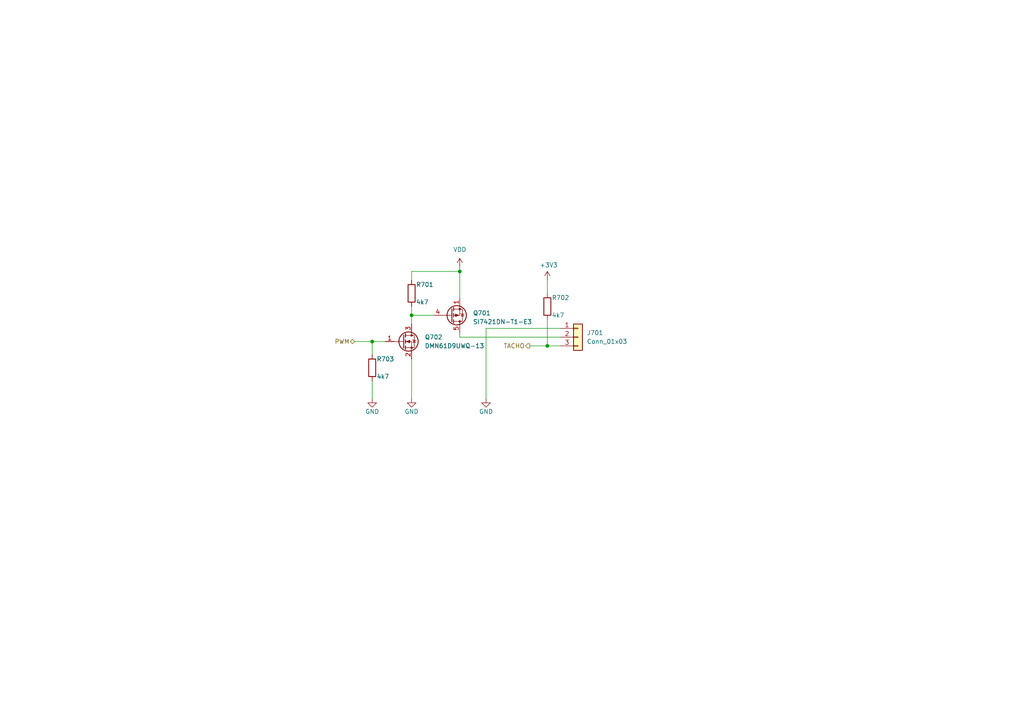
<source format=kicad_sch>
(kicad_sch
	(version 20231120)
	(generator "eeschema")
	(generator_version "8.0")
	(uuid "98cd95b4-d1be-4caa-8173-9ef0dc6d0fba")
	(paper "A4")
	(lib_symbols
		(symbol "Connector_Generic:Conn_01x03"
			(pin_names
				(offset 1.016) hide)
			(exclude_from_sim no)
			(in_bom yes)
			(on_board yes)
			(property "Reference" "J"
				(at 0 5.08 0)
				(effects
					(font
						(size 1.27 1.27)
					)
				)
			)
			(property "Value" "Conn_01x03"
				(at 0 -5.08 0)
				(effects
					(font
						(size 1.27 1.27)
					)
				)
			)
			(property "Footprint" ""
				(at 0 0 0)
				(effects
					(font
						(size 1.27 1.27)
					)
					(hide yes)
				)
			)
			(property "Datasheet" "~"
				(at 0 0 0)
				(effects
					(font
						(size 1.27 1.27)
					)
					(hide yes)
				)
			)
			(property "Description" "Generic connector, single row, 01x03, script generated (kicad-library-utils/schlib/autogen/connector/)"
				(at 0 0 0)
				(effects
					(font
						(size 1.27 1.27)
					)
					(hide yes)
				)
			)
			(property "ki_keywords" "connector"
				(at 0 0 0)
				(effects
					(font
						(size 1.27 1.27)
					)
					(hide yes)
				)
			)
			(property "ki_fp_filters" "Connector*:*_1x??_*"
				(at 0 0 0)
				(effects
					(font
						(size 1.27 1.27)
					)
					(hide yes)
				)
			)
			(symbol "Conn_01x03_1_1"
				(rectangle
					(start -1.27 -2.413)
					(end 0 -2.667)
					(stroke
						(width 0.1524)
						(type default)
					)
					(fill
						(type none)
					)
				)
				(rectangle
					(start -1.27 0.127)
					(end 0 -0.127)
					(stroke
						(width 0.1524)
						(type default)
					)
					(fill
						(type none)
					)
				)
				(rectangle
					(start -1.27 2.667)
					(end 0 2.413)
					(stroke
						(width 0.1524)
						(type default)
					)
					(fill
						(type none)
					)
				)
				(rectangle
					(start -1.27 3.81)
					(end 1.27 -3.81)
					(stroke
						(width 0.254)
						(type default)
					)
					(fill
						(type background)
					)
				)
				(pin passive line
					(at -5.08 2.54 0)
					(length 3.81)
					(name "Pin_1"
						(effects
							(font
								(size 1.27 1.27)
							)
						)
					)
					(number "1"
						(effects
							(font
								(size 1.27 1.27)
							)
						)
					)
				)
				(pin passive line
					(at -5.08 0 0)
					(length 3.81)
					(name "Pin_2"
						(effects
							(font
								(size 1.27 1.27)
							)
						)
					)
					(number "2"
						(effects
							(font
								(size 1.27 1.27)
							)
						)
					)
				)
				(pin passive line
					(at -5.08 -2.54 0)
					(length 3.81)
					(name "Pin_3"
						(effects
							(font
								(size 1.27 1.27)
							)
						)
					)
					(number "3"
						(effects
							(font
								(size 1.27 1.27)
							)
						)
					)
				)
			)
		)
		(symbol "Device:Q_NMOS_GSD"
			(pin_names
				(offset 0) hide)
			(exclude_from_sim no)
			(in_bom yes)
			(on_board yes)
			(property "Reference" "Q"
				(at 5.08 1.27 0)
				(effects
					(font
						(size 1.27 1.27)
					)
					(justify left)
				)
			)
			(property "Value" "Q_NMOS_GSD"
				(at 5.08 -1.27 0)
				(effects
					(font
						(size 1.27 1.27)
					)
					(justify left)
				)
			)
			(property "Footprint" ""
				(at 5.08 2.54 0)
				(effects
					(font
						(size 1.27 1.27)
					)
					(hide yes)
				)
			)
			(property "Datasheet" "~"
				(at 0 0 0)
				(effects
					(font
						(size 1.27 1.27)
					)
					(hide yes)
				)
			)
			(property "Description" "N-MOSFET transistor, gate/source/drain"
				(at 0 0 0)
				(effects
					(font
						(size 1.27 1.27)
					)
					(hide yes)
				)
			)
			(property "ki_keywords" "transistor NMOS N-MOS N-MOSFET"
				(at 0 0 0)
				(effects
					(font
						(size 1.27 1.27)
					)
					(hide yes)
				)
			)
			(symbol "Q_NMOS_GSD_0_1"
				(polyline
					(pts
						(xy 0.254 0) (xy -2.54 0)
					)
					(stroke
						(width 0)
						(type default)
					)
					(fill
						(type none)
					)
				)
				(polyline
					(pts
						(xy 0.254 1.905) (xy 0.254 -1.905)
					)
					(stroke
						(width 0.254)
						(type default)
					)
					(fill
						(type none)
					)
				)
				(polyline
					(pts
						(xy 0.762 -1.27) (xy 0.762 -2.286)
					)
					(stroke
						(width 0.254)
						(type default)
					)
					(fill
						(type none)
					)
				)
				(polyline
					(pts
						(xy 0.762 0.508) (xy 0.762 -0.508)
					)
					(stroke
						(width 0.254)
						(type default)
					)
					(fill
						(type none)
					)
				)
				(polyline
					(pts
						(xy 0.762 2.286) (xy 0.762 1.27)
					)
					(stroke
						(width 0.254)
						(type default)
					)
					(fill
						(type none)
					)
				)
				(polyline
					(pts
						(xy 2.54 2.54) (xy 2.54 1.778)
					)
					(stroke
						(width 0)
						(type default)
					)
					(fill
						(type none)
					)
				)
				(polyline
					(pts
						(xy 2.54 -2.54) (xy 2.54 0) (xy 0.762 0)
					)
					(stroke
						(width 0)
						(type default)
					)
					(fill
						(type none)
					)
				)
				(polyline
					(pts
						(xy 0.762 -1.778) (xy 3.302 -1.778) (xy 3.302 1.778) (xy 0.762 1.778)
					)
					(stroke
						(width 0)
						(type default)
					)
					(fill
						(type none)
					)
				)
				(polyline
					(pts
						(xy 1.016 0) (xy 2.032 0.381) (xy 2.032 -0.381) (xy 1.016 0)
					)
					(stroke
						(width 0)
						(type default)
					)
					(fill
						(type outline)
					)
				)
				(polyline
					(pts
						(xy 2.794 0.508) (xy 2.921 0.381) (xy 3.683 0.381) (xy 3.81 0.254)
					)
					(stroke
						(width 0)
						(type default)
					)
					(fill
						(type none)
					)
				)
				(polyline
					(pts
						(xy 3.302 0.381) (xy 2.921 -0.254) (xy 3.683 -0.254) (xy 3.302 0.381)
					)
					(stroke
						(width 0)
						(type default)
					)
					(fill
						(type none)
					)
				)
				(circle
					(center 1.651 0)
					(radius 2.794)
					(stroke
						(width 0.254)
						(type default)
					)
					(fill
						(type none)
					)
				)
				(circle
					(center 2.54 -1.778)
					(radius 0.254)
					(stroke
						(width 0)
						(type default)
					)
					(fill
						(type outline)
					)
				)
				(circle
					(center 2.54 1.778)
					(radius 0.254)
					(stroke
						(width 0)
						(type default)
					)
					(fill
						(type outline)
					)
				)
			)
			(symbol "Q_NMOS_GSD_1_1"
				(pin input line
					(at -5.08 0 0)
					(length 2.54)
					(name "G"
						(effects
							(font
								(size 1.27 1.27)
							)
						)
					)
					(number "1"
						(effects
							(font
								(size 1.27 1.27)
							)
						)
					)
				)
				(pin passive line
					(at 2.54 -5.08 90)
					(length 2.54)
					(name "S"
						(effects
							(font
								(size 1.27 1.27)
							)
						)
					)
					(number "2"
						(effects
							(font
								(size 1.27 1.27)
							)
						)
					)
				)
				(pin passive line
					(at 2.54 5.08 270)
					(length 2.54)
					(name "D"
						(effects
							(font
								(size 1.27 1.27)
							)
						)
					)
					(number "3"
						(effects
							(font
								(size 1.27 1.27)
							)
						)
					)
				)
			)
		)
		(symbol "Device:R"
			(pin_numbers hide)
			(pin_names
				(offset 0)
			)
			(exclude_from_sim no)
			(in_bom yes)
			(on_board yes)
			(property "Reference" "R"
				(at 2.032 0 90)
				(effects
					(font
						(size 1.27 1.27)
					)
				)
			)
			(property "Value" "R"
				(at 0 0 90)
				(effects
					(font
						(size 1.27 1.27)
					)
				)
			)
			(property "Footprint" ""
				(at -1.778 0 90)
				(effects
					(font
						(size 1.27 1.27)
					)
					(hide yes)
				)
			)
			(property "Datasheet" "~"
				(at 0 0 0)
				(effects
					(font
						(size 1.27 1.27)
					)
					(hide yes)
				)
			)
			(property "Description" "Resistor"
				(at 0 0 0)
				(effects
					(font
						(size 1.27 1.27)
					)
					(hide yes)
				)
			)
			(property "ki_keywords" "R res resistor"
				(at 0 0 0)
				(effects
					(font
						(size 1.27 1.27)
					)
					(hide yes)
				)
			)
			(property "ki_fp_filters" "R_*"
				(at 0 0 0)
				(effects
					(font
						(size 1.27 1.27)
					)
					(hide yes)
				)
			)
			(symbol "R_0_1"
				(rectangle
					(start -1.016 -2.54)
					(end 1.016 2.54)
					(stroke
						(width 0.254)
						(type default)
					)
					(fill
						(type none)
					)
				)
			)
			(symbol "R_1_1"
				(pin passive line
					(at 0 3.81 270)
					(length 1.27)
					(name "~"
						(effects
							(font
								(size 1.27 1.27)
							)
						)
					)
					(number "1"
						(effects
							(font
								(size 1.27 1.27)
							)
						)
					)
				)
				(pin passive line
					(at 0 -3.81 90)
					(length 1.27)
					(name "~"
						(effects
							(font
								(size 1.27 1.27)
							)
						)
					)
					(number "2"
						(effects
							(font
								(size 1.27 1.27)
							)
						)
					)
				)
			)
		)
		(symbol "mylib_ic:SI7421DN-T1-E3"
			(pin_names
				(offset 0) hide)
			(exclude_from_sim no)
			(in_bom yes)
			(on_board yes)
			(property "Reference" "Q"
				(at 5.08 1.27 0)
				(effects
					(font
						(size 1.27 1.27)
					)
					(justify left)
				)
			)
			(property "Value" "SI7421DN-T1-E3"
				(at 5.08 -1.27 0)
				(effects
					(font
						(size 1.27 1.27)
					)
					(justify left)
				)
			)
			(property "Footprint" "Package_SO:Vishay_PowerPAK_1212-8_Single"
				(at 5.08 2.54 0)
				(effects
					(font
						(size 1.27 1.27)
					)
					(hide yes)
				)
			)
			(property "Datasheet" "~"
				(at 0 0 0)
				(effects
					(font
						(size 1.27 1.27)
					)
					(hide yes)
				)
			)
			(property "Description" "P-MOSFET transistor, drain/gate/source"
				(at 0 0 0)
				(effects
					(font
						(size 1.27 1.27)
					)
					(hide yes)
				)
			)
			(property "ki_keywords" "transistor PMOS P-MOS P-MOSFET"
				(at 0 0 0)
				(effects
					(font
						(size 1.27 1.27)
					)
					(hide yes)
				)
			)
			(symbol "SI7421DN-T1-E3_0_1"
				(polyline
					(pts
						(xy 0.254 0) (xy -2.54 0)
					)
					(stroke
						(width 0)
						(type default)
					)
					(fill
						(type none)
					)
				)
				(polyline
					(pts
						(xy 0.254 1.905) (xy 0.254 -1.905)
					)
					(stroke
						(width 0.254)
						(type default)
					)
					(fill
						(type none)
					)
				)
				(polyline
					(pts
						(xy 0.762 -1.27) (xy 0.762 -2.286)
					)
					(stroke
						(width 0.254)
						(type default)
					)
					(fill
						(type none)
					)
				)
				(polyline
					(pts
						(xy 0.762 0.508) (xy 0.762 -0.508)
					)
					(stroke
						(width 0.254)
						(type default)
					)
					(fill
						(type none)
					)
				)
				(polyline
					(pts
						(xy 0.762 2.286) (xy 0.762 1.27)
					)
					(stroke
						(width 0.254)
						(type default)
					)
					(fill
						(type none)
					)
				)
				(polyline
					(pts
						(xy 2.54 2.54) (xy 2.54 1.778)
					)
					(stroke
						(width 0)
						(type default)
					)
					(fill
						(type none)
					)
				)
				(polyline
					(pts
						(xy 2.54 -2.54) (xy 2.54 0) (xy 0.762 0)
					)
					(stroke
						(width 0)
						(type default)
					)
					(fill
						(type none)
					)
				)
				(polyline
					(pts
						(xy 0.762 1.778) (xy 3.302 1.778) (xy 3.302 -1.778) (xy 0.762 -1.778)
					)
					(stroke
						(width 0)
						(type default)
					)
					(fill
						(type none)
					)
				)
				(polyline
					(pts
						(xy 2.286 0) (xy 1.27 0.381) (xy 1.27 -0.381) (xy 2.286 0)
					)
					(stroke
						(width 0)
						(type default)
					)
					(fill
						(type outline)
					)
				)
				(polyline
					(pts
						(xy 2.794 -0.508) (xy 2.921 -0.381) (xy 3.683 -0.381) (xy 3.81 -0.254)
					)
					(stroke
						(width 0)
						(type default)
					)
					(fill
						(type none)
					)
				)
				(polyline
					(pts
						(xy 3.302 -0.381) (xy 2.921 0.254) (xy 3.683 0.254) (xy 3.302 -0.381)
					)
					(stroke
						(width 0)
						(type default)
					)
					(fill
						(type none)
					)
				)
				(circle
					(center 1.651 0)
					(radius 2.794)
					(stroke
						(width 0.254)
						(type default)
					)
					(fill
						(type none)
					)
				)
				(circle
					(center 2.54 -1.778)
					(radius 0.254)
					(stroke
						(width 0)
						(type default)
					)
					(fill
						(type outline)
					)
				)
				(circle
					(center 2.54 1.778)
					(radius 0.254)
					(stroke
						(width 0)
						(type default)
					)
					(fill
						(type outline)
					)
				)
			)
			(symbol "SI7421DN-T1-E3_1_1"
				(pin passive line
					(at 2.54 -5.08 90)
					(length 2.54)
					(name "S"
						(effects
							(font
								(size 1.27 1.27)
							)
						)
					)
					(number "1"
						(effects
							(font
								(size 1.27 1.27)
							)
						)
					)
				)
				(pin passive line
					(at 2.54 -5.08 90)
					(length 2.54) hide
					(name "S"
						(effects
							(font
								(size 1.27 1.27)
							)
						)
					)
					(number "2"
						(effects
							(font
								(size 1.27 1.27)
							)
						)
					)
				)
				(pin passive line
					(at 2.54 -5.08 90)
					(length 2.54) hide
					(name "S"
						(effects
							(font
								(size 1.27 1.27)
							)
						)
					)
					(number "3"
						(effects
							(font
								(size 1.27 1.27)
							)
						)
					)
				)
				(pin input line
					(at -5.08 0 0)
					(length 2.54)
					(name "G"
						(effects
							(font
								(size 1.27 1.27)
							)
						)
					)
					(number "4"
						(effects
							(font
								(size 1.27 1.27)
							)
						)
					)
				)
				(pin passive line
					(at 2.54 5.08 270)
					(length 2.54)
					(name "D"
						(effects
							(font
								(size 1.27 1.27)
							)
						)
					)
					(number "5"
						(effects
							(font
								(size 1.27 1.27)
							)
						)
					)
				)
			)
		)
		(symbol "power:+3V3"
			(power)
			(pin_names
				(offset 0)
			)
			(exclude_from_sim no)
			(in_bom yes)
			(on_board yes)
			(property "Reference" "#PWR"
				(at 0 -3.81 0)
				(effects
					(font
						(size 1.27 1.27)
					)
					(hide yes)
				)
			)
			(property "Value" "+3V3"
				(at 0 3.556 0)
				(effects
					(font
						(size 1.27 1.27)
					)
				)
			)
			(property "Footprint" ""
				(at 0 0 0)
				(effects
					(font
						(size 1.27 1.27)
					)
					(hide yes)
				)
			)
			(property "Datasheet" ""
				(at 0 0 0)
				(effects
					(font
						(size 1.27 1.27)
					)
					(hide yes)
				)
			)
			(property "Description" "Power symbol creates a global label with name \"+3V3\""
				(at 0 0 0)
				(effects
					(font
						(size 1.27 1.27)
					)
					(hide yes)
				)
			)
			(property "ki_keywords" "global power"
				(at 0 0 0)
				(effects
					(font
						(size 1.27 1.27)
					)
					(hide yes)
				)
			)
			(symbol "+3V3_0_1"
				(polyline
					(pts
						(xy -0.762 1.27) (xy 0 2.54)
					)
					(stroke
						(width 0)
						(type default)
					)
					(fill
						(type none)
					)
				)
				(polyline
					(pts
						(xy 0 0) (xy 0 2.54)
					)
					(stroke
						(width 0)
						(type default)
					)
					(fill
						(type none)
					)
				)
				(polyline
					(pts
						(xy 0 2.54) (xy 0.762 1.27)
					)
					(stroke
						(width 0)
						(type default)
					)
					(fill
						(type none)
					)
				)
			)
			(symbol "+3V3_1_1"
				(pin power_in line
					(at 0 0 90)
					(length 0) hide
					(name "+3V3"
						(effects
							(font
								(size 1.27 1.27)
							)
						)
					)
					(number "1"
						(effects
							(font
								(size 1.27 1.27)
							)
						)
					)
				)
			)
		)
		(symbol "power:GND"
			(power)
			(pin_names
				(offset 0)
			)
			(exclude_from_sim no)
			(in_bom yes)
			(on_board yes)
			(property "Reference" "#PWR"
				(at 0 -6.35 0)
				(effects
					(font
						(size 1.27 1.27)
					)
					(hide yes)
				)
			)
			(property "Value" "GND"
				(at 0 -3.81 0)
				(effects
					(font
						(size 1.27 1.27)
					)
				)
			)
			(property "Footprint" ""
				(at 0 0 0)
				(effects
					(font
						(size 1.27 1.27)
					)
					(hide yes)
				)
			)
			(property "Datasheet" ""
				(at 0 0 0)
				(effects
					(font
						(size 1.27 1.27)
					)
					(hide yes)
				)
			)
			(property "Description" "Power symbol creates a global label with name \"GND\" , ground"
				(at 0 0 0)
				(effects
					(font
						(size 1.27 1.27)
					)
					(hide yes)
				)
			)
			(property "ki_keywords" "global power"
				(at 0 0 0)
				(effects
					(font
						(size 1.27 1.27)
					)
					(hide yes)
				)
			)
			(symbol "GND_0_1"
				(polyline
					(pts
						(xy 0 0) (xy 0 -1.27) (xy 1.27 -1.27) (xy 0 -2.54) (xy -1.27 -1.27) (xy 0 -1.27)
					)
					(stroke
						(width 0)
						(type default)
					)
					(fill
						(type none)
					)
				)
			)
			(symbol "GND_1_1"
				(pin power_in line
					(at 0 0 270)
					(length 0) hide
					(name "GND"
						(effects
							(font
								(size 1.27 1.27)
							)
						)
					)
					(number "1"
						(effects
							(font
								(size 1.27 1.27)
							)
						)
					)
				)
			)
		)
		(symbol "power:VDD"
			(power)
			(pin_names
				(offset 0)
			)
			(exclude_from_sim no)
			(in_bom yes)
			(on_board yes)
			(property "Reference" "#PWR"
				(at 0 -3.81 0)
				(effects
					(font
						(size 1.27 1.27)
					)
					(hide yes)
				)
			)
			(property "Value" "VDD"
				(at 0 3.81 0)
				(effects
					(font
						(size 1.27 1.27)
					)
				)
			)
			(property "Footprint" ""
				(at 0 0 0)
				(effects
					(font
						(size 1.27 1.27)
					)
					(hide yes)
				)
			)
			(property "Datasheet" ""
				(at 0 0 0)
				(effects
					(font
						(size 1.27 1.27)
					)
					(hide yes)
				)
			)
			(property "Description" "Power symbol creates a global label with name \"VDD\""
				(at 0 0 0)
				(effects
					(font
						(size 1.27 1.27)
					)
					(hide yes)
				)
			)
			(property "ki_keywords" "global power"
				(at 0 0 0)
				(effects
					(font
						(size 1.27 1.27)
					)
					(hide yes)
				)
			)
			(symbol "VDD_0_1"
				(polyline
					(pts
						(xy -0.762 1.27) (xy 0 2.54)
					)
					(stroke
						(width 0)
						(type default)
					)
					(fill
						(type none)
					)
				)
				(polyline
					(pts
						(xy 0 0) (xy 0 2.54)
					)
					(stroke
						(width 0)
						(type default)
					)
					(fill
						(type none)
					)
				)
				(polyline
					(pts
						(xy 0 2.54) (xy 0.762 1.27)
					)
					(stroke
						(width 0)
						(type default)
					)
					(fill
						(type none)
					)
				)
			)
			(symbol "VDD_1_1"
				(pin power_in line
					(at 0 0 90)
					(length 0) hide
					(name "VDD"
						(effects
							(font
								(size 1.27 1.27)
							)
						)
					)
					(number "1"
						(effects
							(font
								(size 1.27 1.27)
							)
						)
					)
				)
			)
		)
	)
	(junction
		(at 133.35 78.74)
		(diameter 0)
		(color 0 0 0 0)
		(uuid "269b5fc4-f6c6-488a-acc3-b206a5915c03")
	)
	(junction
		(at 158.75 100.33)
		(diameter 0)
		(color 0 0 0 0)
		(uuid "71ab21fd-e1fb-4f38-a96d-d902b058f332")
	)
	(junction
		(at 119.38 91.44)
		(diameter 0)
		(color 0 0 0 0)
		(uuid "7e59d367-66f6-454b-98a3-917a505bd2b2")
	)
	(junction
		(at 107.95 99.06)
		(diameter 0)
		(color 0 0 0 0)
		(uuid "850fdbd8-0edb-40f5-bafc-2043382c3e46")
	)
	(wire
		(pts
			(xy 158.75 100.33) (xy 162.56 100.33)
		)
		(stroke
			(width 0)
			(type default)
		)
		(uuid "0062f688-628c-4284-8ff7-73984156ae22")
	)
	(wire
		(pts
			(xy 107.95 99.06) (xy 102.87 99.06)
		)
		(stroke
			(width 0)
			(type default)
		)
		(uuid "09f0dcd1-16b7-44dc-a970-fe3fc3c4a30d")
	)
	(wire
		(pts
			(xy 158.75 81.28) (xy 158.75 85.09)
		)
		(stroke
			(width 0)
			(type default)
		)
		(uuid "11f3a81c-5fc6-4291-9d68-6a3005c2799c")
	)
	(wire
		(pts
			(xy 107.95 102.87) (xy 107.95 99.06)
		)
		(stroke
			(width 0)
			(type default)
		)
		(uuid "137784c3-1d16-42d6-8d56-ceca266274f5")
	)
	(wire
		(pts
			(xy 140.97 95.25) (xy 162.56 95.25)
		)
		(stroke
			(width 0)
			(type default)
		)
		(uuid "2372b85b-f952-4b57-9e64-ec7e380b0ad2")
	)
	(wire
		(pts
			(xy 133.35 86.36) (xy 133.35 78.74)
		)
		(stroke
			(width 0)
			(type default)
		)
		(uuid "31288c94-ae0e-4174-859a-51290401499a")
	)
	(wire
		(pts
			(xy 119.38 78.74) (xy 133.35 78.74)
		)
		(stroke
			(width 0)
			(type default)
		)
		(uuid "3de30d36-838a-4e59-ac4e-1c95822b6f1c")
	)
	(wire
		(pts
			(xy 119.38 104.14) (xy 119.38 115.57)
		)
		(stroke
			(width 0)
			(type default)
		)
		(uuid "4ab99d2c-8d51-49c9-93e8-c407a86f2dbf")
	)
	(wire
		(pts
			(xy 119.38 78.74) (xy 119.38 81.28)
		)
		(stroke
			(width 0)
			(type default)
		)
		(uuid "563a8995-5be0-4a45-8eb6-f89d10ad5e30")
	)
	(wire
		(pts
			(xy 133.35 97.79) (xy 162.56 97.79)
		)
		(stroke
			(width 0)
			(type default)
		)
		(uuid "7a592bae-d8ed-4dd1-961c-bbe45a05710c")
	)
	(wire
		(pts
			(xy 133.35 78.74) (xy 133.35 77.47)
		)
		(stroke
			(width 0)
			(type default)
		)
		(uuid "8be46e6f-af0a-4a7b-835a-0068c2198e28")
	)
	(wire
		(pts
			(xy 158.75 92.71) (xy 158.75 100.33)
		)
		(stroke
			(width 0)
			(type default)
		)
		(uuid "a26563fe-07fb-4de9-81e3-09ebb77c58d6")
	)
	(wire
		(pts
			(xy 119.38 91.44) (xy 125.73 91.44)
		)
		(stroke
			(width 0)
			(type default)
		)
		(uuid "afc505ac-c148-4367-8bf4-235d8c0fd7de")
	)
	(wire
		(pts
			(xy 119.38 91.44) (xy 119.38 93.98)
		)
		(stroke
			(width 0)
			(type default)
		)
		(uuid "b29aea77-93e8-461d-952e-64de747fe374")
	)
	(wire
		(pts
			(xy 153.67 100.33) (xy 158.75 100.33)
		)
		(stroke
			(width 0)
			(type default)
		)
		(uuid "baf6df88-85ce-440a-bfcc-c9eb4cf2f4f5")
	)
	(wire
		(pts
			(xy 119.38 88.9) (xy 119.38 91.44)
		)
		(stroke
			(width 0)
			(type default)
		)
		(uuid "bc211ff2-8d78-423e-9b27-071141b22126")
	)
	(wire
		(pts
			(xy 107.95 99.06) (xy 111.76 99.06)
		)
		(stroke
			(width 0)
			(type default)
		)
		(uuid "c8ac172b-0030-4289-8338-5c94ac703ccd")
	)
	(wire
		(pts
			(xy 133.35 96.52) (xy 133.35 97.79)
		)
		(stroke
			(width 0)
			(type default)
		)
		(uuid "d39da4bb-49b2-4e5a-9527-ce58f42925ca")
	)
	(wire
		(pts
			(xy 107.95 110.49) (xy 107.95 115.57)
		)
		(stroke
			(width 0)
			(type default)
		)
		(uuid "ed5bb5f8-b1f3-4af3-ae99-e1dd4aecbacc")
	)
	(wire
		(pts
			(xy 140.97 95.25) (xy 140.97 115.57)
		)
		(stroke
			(width 0)
			(type default)
		)
		(uuid "ed84cc5f-7f16-4fc2-b4ce-cf28f9d0b9ae")
	)
	(hierarchical_label "PWM"
		(shape bidirectional)
		(at 102.87 99.06 180)
		(fields_autoplaced yes)
		(effects
			(font
				(size 1.27 1.27)
			)
			(justify right)
		)
		(uuid "84321353-fa54-4de6-8231-f2fcdad683b4")
	)
	(hierarchical_label "TACHO"
		(shape output)
		(at 153.67 100.33 180)
		(fields_autoplaced yes)
		(effects
			(font
				(size 1.27 1.27)
			)
			(justify right)
		)
		(uuid "85413510-4032-4495-9925-49736c8fa0dd")
	)
	(symbol
		(lib_id "power:GND")
		(at 107.95 115.57 0)
		(unit 1)
		(exclude_from_sim no)
		(in_bom yes)
		(on_board yes)
		(dnp no)
		(uuid "2c17123c-5bef-47ff-8fc9-56444765b92d")
		(property "Reference" "#PWR0703"
			(at 107.95 121.92 0)
			(effects
				(font
					(size 1.27 1.27)
				)
				(hide yes)
			)
		)
		(property "Value" "GND"
			(at 107.95 119.38 0)
			(effects
				(font
					(size 1.27 1.27)
				)
			)
		)
		(property "Footprint" ""
			(at 107.95 115.57 0)
			(effects
				(font
					(size 1.27 1.27)
				)
				(hide yes)
			)
		)
		(property "Datasheet" ""
			(at 107.95 115.57 0)
			(effects
				(font
					(size 1.27 1.27)
				)
				(hide yes)
			)
		)
		(property "Description" ""
			(at 107.95 115.57 0)
			(effects
				(font
					(size 1.27 1.27)
				)
				(hide yes)
			)
		)
		(pin "1"
			(uuid "e02893b3-4447-4798-99d0-79e9af309e25")
		)
		(instances
			(project "heater"
				(path "/e63e39d7-6ac0-4ffd-8aa3-1841a4541b55/086a34bb-afdd-4e72-a705-1da0ffa64728"
					(reference "#PWR0703")
					(unit 1)
				)
			)
		)
	)
	(symbol
		(lib_id "power:GND")
		(at 119.38 115.57 0)
		(unit 1)
		(exclude_from_sim no)
		(in_bom yes)
		(on_board yes)
		(dnp no)
		(uuid "38bd3084-3987-4c5c-ab97-b9007d6bfbc5")
		(property "Reference" "#PWR0704"
			(at 119.38 121.92 0)
			(effects
				(font
					(size 1.27 1.27)
				)
				(hide yes)
			)
		)
		(property "Value" "GND"
			(at 119.38 119.38 0)
			(effects
				(font
					(size 1.27 1.27)
				)
			)
		)
		(property "Footprint" ""
			(at 119.38 115.57 0)
			(effects
				(font
					(size 1.27 1.27)
				)
				(hide yes)
			)
		)
		(property "Datasheet" ""
			(at 119.38 115.57 0)
			(effects
				(font
					(size 1.27 1.27)
				)
				(hide yes)
			)
		)
		(property "Description" ""
			(at 119.38 115.57 0)
			(effects
				(font
					(size 1.27 1.27)
				)
				(hide yes)
			)
		)
		(pin "1"
			(uuid "7a9c6492-76d1-455d-b3e3-dc1803734cac")
		)
		(instances
			(project "heater"
				(path "/e63e39d7-6ac0-4ffd-8aa3-1841a4541b55/086a34bb-afdd-4e72-a705-1da0ffa64728"
					(reference "#PWR0704")
					(unit 1)
				)
			)
		)
	)
	(symbol
		(lib_id "Device:R")
		(at 107.95 106.68 0)
		(unit 1)
		(exclude_from_sim no)
		(in_bom yes)
		(on_board yes)
		(dnp no)
		(uuid "5e1f878f-964d-404d-9d1d-e62c953d2f0d")
		(property "Reference" "R703"
			(at 109.22 104.14 0)
			(effects
				(font
					(size 1.27 1.27)
				)
				(justify left)
			)
		)
		(property "Value" "4k7"
			(at 109.22 109.22 0)
			(effects
				(font
					(size 1.27 1.27)
				)
				(justify left)
			)
		)
		(property "Footprint" "Resistor_SMD:R_0603_1608Metric"
			(at 106.172 106.68 90)
			(effects
				(font
					(size 1.27 1.27)
				)
				(hide yes)
			)
		)
		(property "Datasheet" "~"
			(at 107.95 106.68 0)
			(effects
				(font
					(size 1.27 1.27)
				)
				(hide yes)
			)
		)
		(property "Description" ""
			(at 107.95 106.68 0)
			(effects
				(font
					(size 1.27 1.27)
				)
				(hide yes)
			)
		)
		(property "Digikey" "311-4.70KHRCT-ND"
			(at 107.95 106.68 0)
			(effects
				(font
					(size 1.27 1.27)
				)
				(hide yes)
			)
		)
		(pin "1"
			(uuid "ec9cd563-0cd1-414f-a23e-784524bf9c0b")
		)
		(pin "2"
			(uuid "e811f94c-648e-46f4-8efb-9ab0ab25f048")
		)
		(instances
			(project "heater"
				(path "/e63e39d7-6ac0-4ffd-8aa3-1841a4541b55/086a34bb-afdd-4e72-a705-1da0ffa64728"
					(reference "R703")
					(unit 1)
				)
			)
		)
	)
	(symbol
		(lib_id "power:GND")
		(at 140.97 115.57 0)
		(unit 1)
		(exclude_from_sim no)
		(in_bom yes)
		(on_board yes)
		(dnp no)
		(uuid "a2b7ff9a-c7e6-4eb9-820c-033f63ea1ab1")
		(property "Reference" "#PWR0705"
			(at 140.97 121.92 0)
			(effects
				(font
					(size 1.27 1.27)
				)
				(hide yes)
			)
		)
		(property "Value" "GND"
			(at 140.97 119.38 0)
			(effects
				(font
					(size 1.27 1.27)
				)
			)
		)
		(property "Footprint" ""
			(at 140.97 115.57 0)
			(effects
				(font
					(size 1.27 1.27)
				)
				(hide yes)
			)
		)
		(property "Datasheet" ""
			(at 140.97 115.57 0)
			(effects
				(font
					(size 1.27 1.27)
				)
				(hide yes)
			)
		)
		(property "Description" ""
			(at 140.97 115.57 0)
			(effects
				(font
					(size 1.27 1.27)
				)
				(hide yes)
			)
		)
		(pin "1"
			(uuid "7c4a5005-bdb3-4192-8819-04098ae040d1")
		)
		(instances
			(project "heater"
				(path "/e63e39d7-6ac0-4ffd-8aa3-1841a4541b55/086a34bb-afdd-4e72-a705-1da0ffa64728"
					(reference "#PWR0705")
					(unit 1)
				)
			)
		)
	)
	(symbol
		(lib_id "Connector_Generic:Conn_01x03")
		(at 167.64 97.79 0)
		(unit 1)
		(exclude_from_sim no)
		(in_bom yes)
		(on_board yes)
		(dnp no)
		(fields_autoplaced yes)
		(uuid "a5ba3410-c2f3-447a-9b7a-47e6ae4d98e3")
		(property "Reference" "J701"
			(at 170.18 96.5199 0)
			(effects
				(font
					(size 1.27 1.27)
				)
				(justify left)
			)
		)
		(property "Value" "Conn_01x03"
			(at 170.18 99.0599 0)
			(effects
				(font
					(size 1.27 1.27)
				)
				(justify left)
			)
		)
		(property "Footprint" "mylib_connector:Molex_Pico-Clasp_202396-0307_1x03-1MP_P1.00mm_Horizontal"
			(at 167.64 97.79 0)
			(effects
				(font
					(size 1.27 1.27)
				)
				(hide yes)
			)
		)
		(property "Datasheet" "~"
			(at 167.64 97.79 0)
			(effects
				(font
					(size 1.27 1.27)
				)
				(hide yes)
			)
		)
		(property "Description" ""
			(at 167.64 97.79 0)
			(effects
				(font
					(size 1.27 1.27)
				)
				(hide yes)
			)
		)
		(property "Digikey" "WM26784CT-ND"
			(at 167.64 97.79 0)
			(effects
				(font
					(size 1.27 1.27)
				)
				(hide yes)
			)
		)
		(property "Digikey_" "WM7916-ND"
			(at 167.64 97.79 0)
			(effects
				(font
					(size 1.27 1.27)
				)
				(hide yes)
			)
		)
		(property "Digikey__" "WM15696-ND"
			(at 167.64 97.79 0)
			(effects
				(font
					(size 1.27 1.27)
				)
				(hide yes)
			)
		)
		(pin "1"
			(uuid "4659f618-5b1b-4f7b-83a1-0db9ef730a0c")
		)
		(pin "2"
			(uuid "fc93bf4a-cce4-4bc1-aee5-49de87b0c067")
		)
		(pin "3"
			(uuid "ba8a134c-2a19-45c5-acae-0d38702833ec")
		)
		(instances
			(project "heater"
				(path "/e63e39d7-6ac0-4ffd-8aa3-1841a4541b55/086a34bb-afdd-4e72-a705-1da0ffa64728"
					(reference "J701")
					(unit 1)
				)
			)
		)
	)
	(symbol
		(lib_id "mylib_ic:SI7421DN-T1-E3")
		(at 130.81 91.44 0)
		(mirror x)
		(unit 1)
		(exclude_from_sim no)
		(in_bom yes)
		(on_board yes)
		(dnp no)
		(fields_autoplaced yes)
		(uuid "a8455f01-427b-4c43-a461-9497f0273fbb")
		(property "Reference" "Q701"
			(at 137.16 90.805 0)
			(effects
				(font
					(size 1.27 1.27)
				)
				(justify left)
			)
		)
		(property "Value" "SI7421DN-T1-E3"
			(at 137.16 93.345 0)
			(effects
				(font
					(size 1.27 1.27)
				)
				(justify left)
			)
		)
		(property "Footprint" "mylib_ic:Vishay_PowerPAK_1212-8_Single"
			(at 135.89 93.98 0)
			(effects
				(font
					(size 1.27 1.27)
				)
				(hide yes)
			)
		)
		(property "Datasheet" "~"
			(at 130.81 91.44 0)
			(effects
				(font
					(size 1.27 1.27)
				)
				(hide yes)
			)
		)
		(property "Description" ""
			(at 130.81 91.44 0)
			(effects
				(font
					(size 1.27 1.27)
				)
				(hide yes)
			)
		)
		(property "Digikey" "SI7421DN-T1-E3CT-ND"
			(at 130.81 91.44 90)
			(effects
				(font
					(size 1.27 1.27)
				)
				(hide yes)
			)
		)
		(pin "1"
			(uuid "1a0ca60c-bfb3-4a08-9c78-e27c1c1cc62d")
		)
		(pin "2"
			(uuid "f8704d23-0c15-4081-a764-5c644751563b")
		)
		(pin "3"
			(uuid "6cc800ff-0853-4aa1-a3e3-4d34e10a61a7")
		)
		(pin "4"
			(uuid "b4a58d55-69e4-40df-be70-d2d0ba3f7d1f")
		)
		(pin "5"
			(uuid "c5ceb51c-83e3-4aaf-ac43-85edfb7a33ad")
		)
		(instances
			(project "heater"
				(path "/e63e39d7-6ac0-4ffd-8aa3-1841a4541b55/086a34bb-afdd-4e72-a705-1da0ffa64728"
					(reference "Q701")
					(unit 1)
				)
			)
		)
	)
	(symbol
		(lib_id "Device:R")
		(at 158.75 88.9 0)
		(unit 1)
		(exclude_from_sim no)
		(in_bom yes)
		(on_board yes)
		(dnp no)
		(fields_autoplaced yes)
		(uuid "a9de1750-8587-4e85-bdf1-e21067ffbbf7")
		(property "Reference" "R702"
			(at 160.02 86.36 0)
			(effects
				(font
					(size 1.27 1.27)
				)
				(justify left)
			)
		)
		(property "Value" "4k7"
			(at 160.02 91.44 0)
			(effects
				(font
					(size 1.27 1.27)
				)
				(justify left)
			)
		)
		(property "Footprint" "Resistor_SMD:R_0603_1608Metric"
			(at 156.972 88.9 90)
			(effects
				(font
					(size 1.27 1.27)
				)
				(hide yes)
			)
		)
		(property "Datasheet" "~"
			(at 158.75 88.9 0)
			(effects
				(font
					(size 1.27 1.27)
				)
				(hide yes)
			)
		)
		(property "Description" ""
			(at 158.75 88.9 0)
			(effects
				(font
					(size 1.27 1.27)
				)
				(hide yes)
			)
		)
		(property "Digikey" "311-4.70KHRCT-ND"
			(at 158.75 88.9 0)
			(effects
				(font
					(size 1.27 1.27)
				)
				(hide yes)
			)
		)
		(pin "1"
			(uuid "2c1d9c40-674d-40fc-bb6c-d95814799e7c")
		)
		(pin "2"
			(uuid "86e5b6e6-008d-4893-afe1-a991391f0dee")
		)
		(instances
			(project "heater"
				(path "/e63e39d7-6ac0-4ffd-8aa3-1841a4541b55/086a34bb-afdd-4e72-a705-1da0ffa64728"
					(reference "R702")
					(unit 1)
				)
			)
		)
	)
	(symbol
		(lib_id "Device:Q_NMOS_GSD")
		(at 116.84 99.06 0)
		(unit 1)
		(exclude_from_sim no)
		(in_bom yes)
		(on_board yes)
		(dnp no)
		(fields_autoplaced yes)
		(uuid "b1ae8c08-dfc5-4c8a-b52b-41f9aa57e07d")
		(property "Reference" "Q702"
			(at 123.19 97.7899 0)
			(effects
				(font
					(size 1.27 1.27)
				)
				(justify left)
			)
		)
		(property "Value" "DMN61D9UWQ-13"
			(at 123.19 100.3299 0)
			(effects
				(font
					(size 1.27 1.27)
				)
				(justify left)
			)
		)
		(property "Footprint" "Package_TO_SOT_SMD:SOT-323_SC-70"
			(at 121.92 96.52 0)
			(effects
				(font
					(size 1.27 1.27)
				)
				(hide yes)
			)
		)
		(property "Datasheet" "~"
			(at 116.84 99.06 0)
			(effects
				(font
					(size 1.27 1.27)
				)
				(hide yes)
			)
		)
		(property "Description" ""
			(at 116.84 99.06 0)
			(effects
				(font
					(size 1.27 1.27)
				)
				(hide yes)
			)
		)
		(property "Digikey" "DMN61D9UWQ-13DICT-ND"
			(at 116.84 99.06 0)
			(effects
				(font
					(size 1.27 1.27)
				)
				(hide yes)
			)
		)
		(pin "1"
			(uuid "e37500f0-94f4-4c46-bcd2-7b0981c4f94f")
		)
		(pin "2"
			(uuid "e7f66861-5661-4ca0-8a55-f55d07a158ea")
		)
		(pin "3"
			(uuid "96a83aad-a82e-4c3a-8f10-e2189ade25b2")
		)
		(instances
			(project "heater"
				(path "/e63e39d7-6ac0-4ffd-8aa3-1841a4541b55/086a34bb-afdd-4e72-a705-1da0ffa64728"
					(reference "Q702")
					(unit 1)
				)
			)
		)
	)
	(symbol
		(lib_id "Device:R")
		(at 119.38 85.09 0)
		(unit 1)
		(exclude_from_sim no)
		(in_bom yes)
		(on_board yes)
		(dnp no)
		(fields_autoplaced yes)
		(uuid "e11820c6-16ff-4cb1-8fb5-a0186743c64c")
		(property "Reference" "R701"
			(at 120.65 82.55 0)
			(effects
				(font
					(size 1.27 1.27)
				)
				(justify left)
			)
		)
		(property "Value" "4k7"
			(at 120.65 87.63 0)
			(effects
				(font
					(size 1.27 1.27)
				)
				(justify left)
			)
		)
		(property "Footprint" "Resistor_SMD:R_0603_1608Metric"
			(at 117.602 85.09 90)
			(effects
				(font
					(size 1.27 1.27)
				)
				(hide yes)
			)
		)
		(property "Datasheet" "~"
			(at 119.38 85.09 0)
			(effects
				(font
					(size 1.27 1.27)
				)
				(hide yes)
			)
		)
		(property "Description" ""
			(at 119.38 85.09 0)
			(effects
				(font
					(size 1.27 1.27)
				)
				(hide yes)
			)
		)
		(property "Digikey" "311-4.70KHRCT-ND"
			(at 119.38 85.09 0)
			(effects
				(font
					(size 1.27 1.27)
				)
				(hide yes)
			)
		)
		(pin "1"
			(uuid "78c44ce1-279b-4c09-b7e7-984aaf2d10a0")
		)
		(pin "2"
			(uuid "6950b2e7-aca0-46a4-b317-a932edb4f07d")
		)
		(instances
			(project "heater"
				(path "/e63e39d7-6ac0-4ffd-8aa3-1841a4541b55/086a34bb-afdd-4e72-a705-1da0ffa64728"
					(reference "R701")
					(unit 1)
				)
			)
		)
	)
	(symbol
		(lib_id "power:+3V3")
		(at 158.75 81.28 0)
		(unit 1)
		(exclude_from_sim no)
		(in_bom yes)
		(on_board yes)
		(dnp no)
		(uuid "e3f8e071-d921-4e91-80fc-afa00d02b8ae")
		(property "Reference" "#PWR0702"
			(at 158.75 85.09 0)
			(effects
				(font
					(size 1.27 1.27)
				)
				(hide yes)
			)
		)
		(property "Value" "+3V3"
			(at 159.131 76.8858 0)
			(effects
				(font
					(size 1.27 1.27)
				)
			)
		)
		(property "Footprint" ""
			(at 158.75 81.28 0)
			(effects
				(font
					(size 1.27 1.27)
				)
				(hide yes)
			)
		)
		(property "Datasheet" ""
			(at 158.75 81.28 0)
			(effects
				(font
					(size 1.27 1.27)
				)
				(hide yes)
			)
		)
		(property "Description" ""
			(at 158.75 81.28 0)
			(effects
				(font
					(size 1.27 1.27)
				)
				(hide yes)
			)
		)
		(pin "1"
			(uuid "20d5f4cd-fff8-4750-85bd-58f64c7b3586")
		)
		(instances
			(project "heater"
				(path "/e63e39d7-6ac0-4ffd-8aa3-1841a4541b55/086a34bb-afdd-4e72-a705-1da0ffa64728"
					(reference "#PWR0702")
					(unit 1)
				)
			)
		)
	)
	(symbol
		(lib_id "power:VDD")
		(at 133.35 77.47 0)
		(unit 1)
		(exclude_from_sim no)
		(in_bom yes)
		(on_board yes)
		(dnp no)
		(fields_autoplaced yes)
		(uuid "ff437359-bb7b-477f-9d4e-1384127fed8d")
		(property "Reference" "#PWR0701"
			(at 133.35 81.28 0)
			(effects
				(font
					(size 1.27 1.27)
				)
				(hide yes)
			)
		)
		(property "Value" "VDD"
			(at 133.35 72.39 0)
			(effects
				(font
					(size 1.27 1.27)
				)
			)
		)
		(property "Footprint" ""
			(at 133.35 77.47 0)
			(effects
				(font
					(size 1.27 1.27)
				)
				(hide yes)
			)
		)
		(property "Datasheet" ""
			(at 133.35 77.47 0)
			(effects
				(font
					(size 1.27 1.27)
				)
				(hide yes)
			)
		)
		(property "Description" ""
			(at 133.35 77.47 0)
			(effects
				(font
					(size 1.27 1.27)
				)
				(hide yes)
			)
		)
		(pin "1"
			(uuid "c2aff541-ada2-428e-b9d7-abb71cb52c2a")
		)
		(instances
			(project "heater"
				(path "/e63e39d7-6ac0-4ffd-8aa3-1841a4541b55/086a34bb-afdd-4e72-a705-1da0ffa64728"
					(reference "#PWR0701")
					(unit 1)
				)
			)
		)
	)
)
</source>
